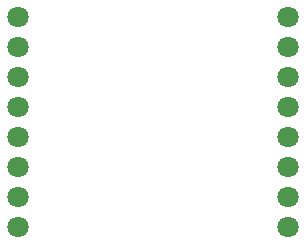
<source format=gbr>
G04 #@! TF.GenerationSoftware,KiCad,Pcbnew,(5.0.0)*
G04 #@! TF.CreationDate,2018-11-11T21:07:20+01:00*
G04 #@! TF.ProjectId,Platine,506C6174696E652E6B696361645F7063,rev?*
G04 #@! TF.SameCoordinates,Original*
G04 #@! TF.FileFunction,Soldermask,Bot*
G04 #@! TF.FilePolarity,Negative*
%FSLAX46Y46*%
G04 Gerber Fmt 4.6, Leading zero omitted, Abs format (unit mm)*
G04 Created by KiCad (PCBNEW (5.0.0)) date 11/11/18 21:07:20*
%MOMM*%
%LPD*%
G01*
G04 APERTURE LIST*
%ADD10C,1.800000*%
G04 APERTURE END LIST*
D10*
G04 #@! TO.C,U1*
X160020000Y-90170000D03*
X137160000Y-90170000D03*
X160020000Y-87630000D03*
X137160000Y-87630000D03*
X160020000Y-85090000D03*
X137160000Y-85090000D03*
X160020000Y-82550000D03*
X137160000Y-82550000D03*
X160020000Y-80010000D03*
X137160000Y-80010000D03*
X160020000Y-77470000D03*
X137160000Y-77470000D03*
X160020000Y-74930000D03*
X137160000Y-74930000D03*
X160020000Y-72390000D03*
X137160000Y-72390000D03*
G04 #@! TD*
M02*

</source>
